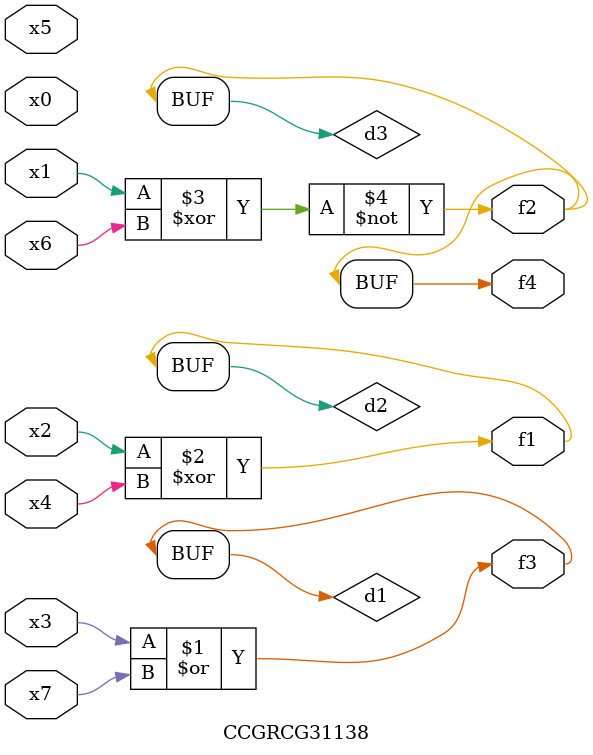
<source format=v>
module CCGRCG31138(
	input x0, x1, x2, x3, x4, x5, x6, x7,
	output f1, f2, f3, f4
);

	wire d1, d2, d3;

	or (d1, x3, x7);
	xor (d2, x2, x4);
	xnor (d3, x1, x6);
	assign f1 = d2;
	assign f2 = d3;
	assign f3 = d1;
	assign f4 = d3;
endmodule

</source>
